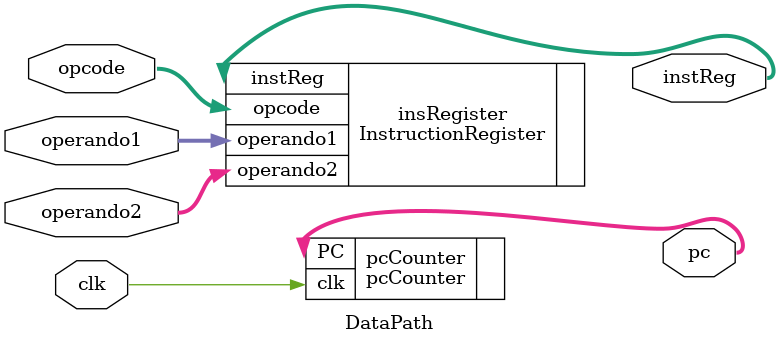
<source format=v>
`include "pcCounter.sv"
`include "instructionRegister.sv"
module DataPath(input wire clk,
                input wire [7:0] opcode, operando1, operando2
                ,output reg[7:0] pc,
                output reg[23:0] instReg
               );

    
    //Código da RAM -> Feito
    

  pcCounter pcCounter(
    .clk(clk),
    .PC(pc) // saida que contêm os endereços
  );
    

    
    //Código do MAR -> Mateus
    

    
    //Código do Instruction Register -> Lobo:
  
  InstructionRegister insRegister(
    .opcode(opcode),
    .operando1(operando1),
    .operando2(operando2),
    .instReg(instReg)
  );
  

    
    //Código do Control Unit -> Amorim
   

    
    //Código do Register File -> Feito
   

   
    //ALU -> Feito


endmodule
</source>
